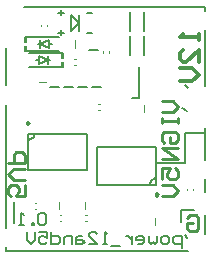
<source format=gbo>
G04*
G04 #@! TF.GenerationSoftware,Altium Limited,Altium Designer,22.9.1 (49)*
G04*
G04 Layer_Color=32896*
%FSLAX25Y25*%
%MOIN*%
G70*
G04*
G04 #@! TF.SameCoordinates,8D543CD6-7AF1-4966-96E4-A8ABC0BAE417*
G04*
G04*
G04 #@! TF.FilePolarity,Positive*
G04*
G01*
G75*
%ADD10C,0.00984*%
%ADD11C,0.00591*%
%ADD12C,0.00787*%
%ADD17C,0.00394*%
%ADD18C,0.00669*%
%ADD19C,0.01181*%
D10*
X7927Y42881D02*
X7188Y43307D01*
Y42455D01*
X7927Y42881D01*
X51045Y19157D02*
X50307Y19583D01*
Y18730D01*
X51045Y19157D01*
X60793Y11392D02*
X61712Y12310D01*
X63548D01*
X64467Y11392D01*
Y7719D01*
X63548Y6801D01*
X61712D01*
X60793Y7719D01*
Y9556D01*
X62630D01*
X52167Y24124D02*
Y27797D01*
X54922D01*
X54004Y25960D01*
Y25042D01*
X54922Y24124D01*
X56759D01*
X57677Y25042D01*
Y26878D01*
X56759Y27797D01*
X52167Y22287D02*
X55840D01*
X57677Y20450D01*
X55840Y18613D01*
X52167D01*
X6535Y22145D02*
Y18471D01*
X3779D01*
X4698Y20308D01*
Y21226D01*
X3779Y22145D01*
X1943D01*
X1025Y21226D01*
Y19390D01*
X1943Y18471D01*
X6535Y23981D02*
X2861D01*
X1025Y25818D01*
X2861Y27655D01*
X6535D01*
X1025Y29491D02*
X6535D01*
Y32246D01*
X5616Y33165D01*
X3779D01*
X2861Y32246D01*
Y29491D01*
X52167Y50197D02*
X55840D01*
X57677Y48360D01*
X55840Y46523D01*
X52167D01*
Y44687D02*
Y42850D01*
Y43769D01*
X57677D01*
Y44687D01*
Y42850D01*
X53086Y36422D02*
X52167Y37340D01*
Y39177D01*
X53086Y40095D01*
X56759D01*
X57677Y39177D01*
Y37340D01*
X56759Y36422D01*
X54922D01*
Y38258D01*
X57677Y34585D02*
X52167D01*
X57677Y30912D01*
X52167D01*
D11*
X6583Y71555D02*
X18110D01*
X6583Y66929D02*
X18110D01*
X6583D02*
Y68685D01*
Y68291D02*
X7083D01*
Y69898D02*
Y71457D01*
X6583Y70291D02*
X7083D01*
X6583Y69898D02*
Y71555D01*
X7083Y66929D02*
Y68685D01*
X18902Y64649D02*
Y66405D01*
X19401Y61779D02*
Y63436D01*
X18902Y63043D02*
X19401D01*
X18902Y61877D02*
Y63436D01*
Y65043D02*
X19401D01*
Y64649D02*
Y66405D01*
X7874D02*
X19401D01*
X7874Y61779D02*
X19401D01*
D12*
X7809Y37369D02*
X8793Y37633D01*
X9513Y38354D01*
X9777Y39338D01*
X50402Y24606D02*
X49418Y24342D01*
X48698Y23622D01*
X48434Y22638D01*
X394Y7874D02*
Y48819D01*
X66535Y6102D02*
X66535Y12205D01*
X66535Y20079D02*
Y24409D01*
X394Y55512D02*
Y68110D01*
Y394D02*
Y1575D01*
X6299Y81496D02*
X66535Y81496D01*
Y80315D02*
Y81496D01*
X66535Y55118D02*
Y74016D01*
X394Y394D02*
X61024D01*
X66535Y30709D02*
Y41339D01*
X59842Y5512D02*
X60630Y4724D01*
X58525Y13835D02*
X62992Y13810D01*
X58525Y9898D02*
Y13835D01*
X59055Y48031D02*
X60630Y46850D01*
X59842Y39652D02*
X66535D01*
X59842Y29458D02*
Y39652D01*
X50481Y29458D02*
X59842D01*
X42402Y51221D02*
X44685D01*
Y51260D02*
Y61496D01*
X15157Y55086D02*
X18110D01*
X29054D02*
X32007D01*
X24363D02*
X27316D01*
X19671D02*
X22624D01*
X28070Y67330D02*
X31023D01*
X7730Y39436D02*
X27415D01*
X7730Y27428D02*
X27415D01*
X7730D02*
Y39436D01*
X27415Y27428D02*
Y39436D01*
X46330Y73622D02*
Y79921D01*
X41793Y73603D02*
Y79902D01*
X46330Y65591D02*
Y71890D01*
X41793Y65571D02*
Y71871D01*
X17710Y73032D02*
X19521D01*
X24757Y73661D02*
Y79094D01*
X18596Y78937D02*
Y80610D01*
X22041Y73543D02*
X24718Y76221D01*
X27356Y73032D02*
X29127D01*
X27356Y79764D02*
X29127D01*
X17710D02*
X19521D01*
X22041Y79094D02*
X24718Y76417D01*
X22041Y73661D02*
Y79094D01*
X24718Y76221D02*
Y76417D01*
X18596Y72342D02*
Y73819D01*
X30796Y34843D02*
X50481D01*
Y22244D02*
Y34843D01*
X30796Y22244D02*
Y34843D01*
Y22244D02*
X50481D01*
X2901Y9591D02*
Y16674D01*
X59909Y55549D02*
X60932Y54526D01*
X13753Y12241D02*
X13064Y12930D01*
X11687D01*
X10998Y12241D01*
Y9487D01*
X11687Y8798D01*
X13064D01*
X13753Y9487D01*
Y12241D01*
X9620Y8798D02*
Y9487D01*
X8932D01*
Y8798D01*
X9620D01*
X6177D02*
X4799D01*
X5488D01*
Y12930D01*
X6177Y12241D01*
X58880Y1174D02*
Y5306D01*
X56813D01*
X56125Y4617D01*
Y3240D01*
X56813Y2551D01*
X58880D01*
X54058D02*
X52681D01*
X51992Y3240D01*
Y4617D01*
X52681Y5306D01*
X54058D01*
X54747Y4617D01*
Y3240D01*
X54058Y2551D01*
X50615Y5306D02*
Y3240D01*
X49926Y2551D01*
X49237Y3240D01*
X48548Y2551D01*
X47859Y3240D01*
Y5306D01*
X44416Y2551D02*
X45793D01*
X46482Y3240D01*
Y4617D01*
X45793Y5306D01*
X44416D01*
X43727Y4617D01*
Y3929D01*
X46482D01*
X42349Y5306D02*
Y2551D01*
Y3929D01*
X41661Y4617D01*
X40972Y5306D01*
X40283D01*
X38217Y1862D02*
X35462D01*
X34084Y2551D02*
X32707D01*
X33396D01*
Y6684D01*
X34084Y5995D01*
X27886Y2551D02*
X30641D01*
X27886Y5306D01*
Y5995D01*
X28574Y6684D01*
X29952D01*
X30641Y5995D01*
X25819Y5306D02*
X24442D01*
X23753Y4617D01*
Y2551D01*
X25819D01*
X26508Y3240D01*
X25819Y3929D01*
X23753D01*
X22376Y2551D02*
Y5306D01*
X20309D01*
X19621Y4617D01*
Y2551D01*
X15488Y6684D02*
Y2551D01*
X17554D01*
X18243Y3240D01*
Y4617D01*
X17554Y5306D01*
X15488D01*
X11355Y6684D02*
X14110D01*
Y4617D01*
X12733Y5306D01*
X12044D01*
X11355Y4617D01*
Y3240D01*
X12044Y2551D01*
X13422D01*
X14110Y3240D01*
X9978Y6684D02*
Y3929D01*
X8601Y2551D01*
X7223Y3929D01*
Y6684D01*
D17*
X62734Y20888D02*
X62734Y20494D01*
X60765Y20884D02*
X60765Y20490D01*
X11220Y56693D02*
X13583D01*
X18182Y12402D02*
X18576Y12402D01*
X18186Y10433D02*
X18580Y10433D01*
X31125Y47165D02*
X31519Y47165D01*
X31121Y49134D02*
X31515Y49134D01*
X17989Y14173D02*
Y16535D01*
X26608Y14173D02*
Y16535D01*
X34738Y66803D02*
X34738Y66409D01*
X32769Y66799D02*
X32769Y66405D01*
X23128Y62271D02*
X23521Y62271D01*
X23124Y64240D02*
X23517Y64240D01*
X23320Y68110D02*
Y70472D01*
X12002Y75653D02*
X12002Y75259D01*
X13970Y75657D02*
X13970Y75263D01*
X46253Y46496D02*
Y48858D01*
X50092Y9055D02*
Y11417D01*
X26801Y12402D02*
X27194Y12402D01*
X26805Y10433D02*
X27198Y10433D01*
X9847Y14370D02*
X10240Y14370D01*
X9843Y16339D02*
X10236Y16339D01*
D18*
X11811Y67913D02*
Y70669D01*
Y69291D02*
X14567Y70669D01*
X11024Y69291D02*
X11811D01*
X14567D02*
X15748D01*
X14567Y67913D02*
Y70669D01*
X11811Y69291D02*
X14567Y67913D01*
X11417Y65421D02*
X14173Y64043D01*
X11417Y62665D02*
Y65421D01*
X10236Y64043D02*
X11417D01*
X14173D02*
X14961D01*
X11417Y62665D02*
X14173Y64043D01*
Y62665D02*
Y65421D01*
D19*
X64492Y72683D02*
Y70584D01*
Y71634D01*
X58195D01*
X59245Y72683D01*
X64492Y63237D02*
Y67435D01*
X60294Y63237D01*
X59245D01*
X58195Y64287D01*
Y66386D01*
X59245Y67435D01*
X58195Y61138D02*
X62393D01*
X64492Y59039D01*
X62393Y56940D01*
X58195D01*
M02*

</source>
